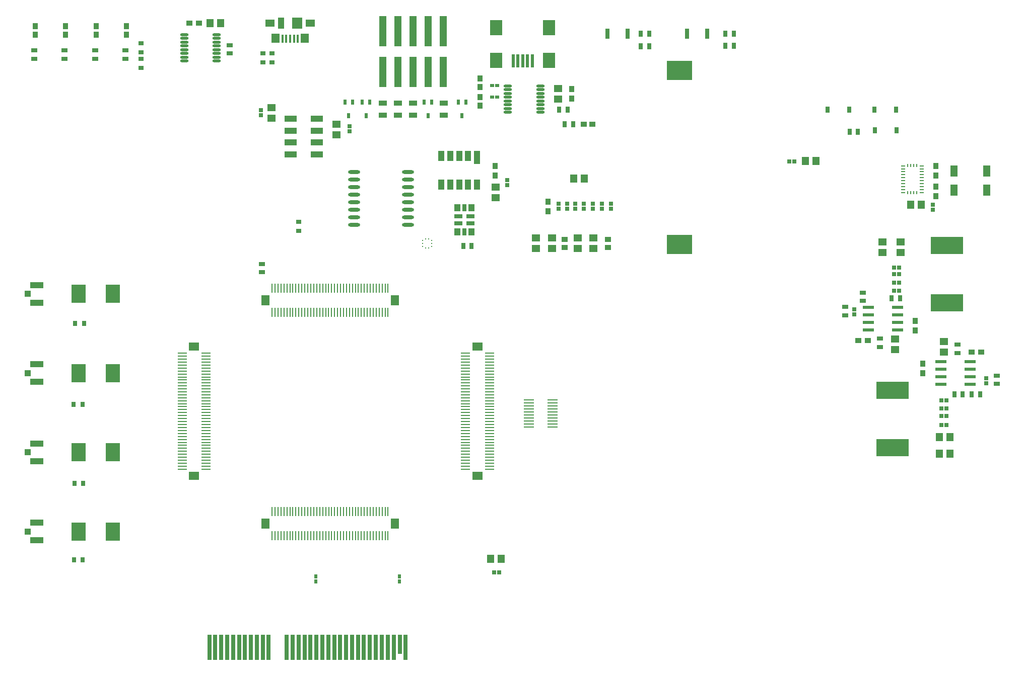
<source format=gtp>
%FSTAX23Y23*%
%MOIN*%
%SFA1B1*%

%IPPOS*%
%ADD26O,0.078740X0.023620*%
%ADD27R,0.039370X0.074800*%
%ADD28R,0.070870X0.074800*%
%ADD29R,0.055910X0.061020*%
%ADD30R,0.017720X0.054330*%
%ADD31R,0.064960X0.051180*%
%ADD32R,0.078740X0.098430*%
%ADD33R,0.019680X0.090550*%
%ADD34R,0.041340X0.039370*%
%ADD35R,0.086610X0.041340*%
%ADD36R,0.019680X0.035430*%
%ADD37O,0.057090X0.017720*%
%ADD38R,0.077560X0.022440*%
%ADD39R,0.025590X0.041340*%
%ADD40R,0.051180X0.074800*%
%ADD41R,0.039370X0.070870*%
%ADD42R,0.039370X0.090550*%
%ADD43R,0.041340X0.045280*%
%ADD44R,0.027560X0.045280*%
%ADD45R,0.053150X0.027560*%
%ADD46R,0.050000X0.200000*%
%ADD47R,0.057090X0.037400*%
%ADD48R,0.028350X0.039370*%
%ADD49R,0.025590X0.023620*%
%ADD50R,0.028000X0.165000*%
%ADD51R,0.028000X0.126000*%
%ADD52R,0.031500X0.066930*%
%ADD53R,0.070870X0.009840*%
%ADD54R,0.026570X0.009840*%
%ADD55R,0.009840X0.022640*%
%ADD56R,0.027560X0.035430*%
%ADD57R,0.038580X0.034250*%
%ADD58R,0.212600X0.114170*%
%ADD59R,0.165350X0.125980*%
%ADD60R,0.096460X0.124020*%
%ADD61R,0.033470X0.039370*%
%ADD62R,0.057090X0.045280*%
%ADD63R,0.037400X0.039370*%
%ADD64R,0.025200X0.026770*%
%ADD65R,0.010830X0.009840*%
%ADD66R,0.009840X0.010830*%
%ADD67R,0.061020X0.009840*%
%ADD68R,0.066930X0.053150*%
%ADD69R,0.009840X0.061020*%
%ADD70R,0.053150X0.066930*%
%ADD71R,0.045280X0.057090*%
%ADD72R,0.026770X0.025200*%
%ADD73R,0.039370X0.037400*%
%ADD74R,0.039370X0.033470*%
%ADD75R,0.039370X0.028350*%
%ADD76R,0.023620X0.025590*%
%ADD77R,0.082870X0.044090*%
%ADD78R,0.035430X0.027560*%
%LNgrandmaster-1*%
%LPD*%
G54D26*
X02756Y03287D03*
Y03237D03*
Y03187D03*
Y03137D03*
Y03087D03*
Y03037D03*
Y02987D03*
Y02937D03*
X03111Y03287D03*
Y03237D03*
Y03187D03*
Y03137D03*
Y03087D03*
Y03037D03*
Y02987D03*
Y02937D03*
G54D27*
X02271Y04275D03*
G54D28*
X02377Y04275D03*
G54D29*
X02234Y04173D03*
X0243D03*
G54D30*
X02383Y0417D03*
X02358D03*
X02332D03*
X02306D03*
X02281D03*
G54D31*
X02465Y04275D03*
X02199D03*
G54D32*
X04046Y04244D03*
Y04027D03*
X03696D03*
Y04244D03*
G54D33*
X03934Y04023D03*
X03902D03*
X03871D03*
X03839D03*
X03808D03*
G54D34*
X00594Y00906D03*
Y01956D03*
Y02481D03*
Y01431D03*
G54D35*
X00654Y00964D03*
Y00847D03*
Y01897D03*
Y02014D03*
Y02422D03*
Y02539D03*
Y01489D03*
Y01372D03*
G54D36*
X03469Y03661D03*
X03444Y0375D03*
X03495D03*
X02834Y03661D03*
X02809Y0375D03*
X0286D03*
X02719Y03661D03*
X02694Y0375D03*
X02745D03*
X03244Y03661D03*
X03219Y0375D03*
X0327D03*
G54D37*
X01846Y04024D03*
Y04049D03*
Y04074D03*
Y04099D03*
Y04124D03*
Y04149D03*
Y04174D03*
Y04199D03*
X01631Y04024D03*
Y04049D03*
Y04074D03*
Y04099D03*
Y04124D03*
Y04149D03*
Y04174D03*
Y04199D03*
X03987Y03683D03*
Y03708D03*
Y03733D03*
Y03758D03*
Y03783D03*
Y03808D03*
Y03833D03*
Y03858D03*
X03772Y03683D03*
Y03708D03*
Y03733D03*
Y03758D03*
Y03783D03*
Y03808D03*
Y03833D03*
Y03858D03*
G54D38*
X06352Y02241D03*
Y02291D03*
Y02341D03*
Y02391D03*
X06157D03*
Y02341D03*
Y02291D03*
Y02241D03*
X06637Y02031D03*
Y01981D03*
Y01931D03*
Y01881D03*
X06832D03*
Y01931D03*
Y01981D03*
Y02031D03*
G54D39*
X06341Y03701D03*
X06197D03*
X06031D03*
X05887D03*
X06202Y03566D03*
X06346D03*
G54D40*
X06726Y03168D03*
X06943D03*
Y03294D03*
X06726D03*
G54D41*
X03451Y03206D03*
X03392D03*
X03451Y03395D03*
X0351D03*
X03569Y03206D03*
X03333Y03395D03*
Y03206D03*
X0351D03*
X03392Y03395D03*
G54D42*
X03569Y03385D03*
G54D43*
X03438Y03051D03*
Y02892D03*
X03531Y03051D03*
Y02892D03*
G54D44*
X03484Y02892D03*
Y03051D03*
G54D45*
X03444Y02995D03*
Y02948D03*
X03525D03*
Y02995D03*
G54D46*
X03344Y04221D03*
Y03951D03*
X03244Y04221D03*
Y03951D03*
X03144Y04221D03*
Y03951D03*
X03044Y04221D03*
Y03951D03*
X02944Y04221D03*
Y03951D03*
G54D47*
X03349Y03666D03*
Y03745D03*
X02944Y03666D03*
Y03745D03*
X03044Y03666D03*
Y03745D03*
X03144Y03666D03*
Y03745D03*
G54D48*
X03477Y02797D03*
X03532D03*
X06035Y03556D03*
X0609D03*
X0415Y03603D03*
X04204D03*
X06897Y01816D03*
X06842D03*
X06782D03*
X06727D03*
X06367Y02451D03*
X06312D03*
X04167Y03701D03*
X04112D03*
X04652Y04206D03*
X04707D03*
X05212D03*
X05267D03*
X04652Y04121D03*
X04707D03*
X05267Y04126D03*
X05212D03*
G54D49*
X03701Y03786D03*
X03668D03*
X03701Y03861D03*
X03668D03*
G54D50*
X02545Y00137D03*
X02466D03*
X02348D03*
X0282D03*
X01915D03*
X02033D03*
X02663D03*
X02702D03*
X0286D03*
X02978D03*
X0219D03*
X01994D03*
X01954D03*
X03017D03*
X02309D03*
X02112D03*
X02151D03*
X02387D03*
X02427D03*
X02584D03*
X02624D03*
X02742D03*
X02781D03*
X02899D03*
X02938D03*
X02505D03*
X02072D03*
X01797D03*
X01836D03*
X01875D03*
X03096D03*
G54D51*
X03057Y00157D03*
G54D52*
X04957Y04206D03*
X05091D03*
X04432D03*
X04566D03*
G54D53*
X04068Y01599D03*
X03911D03*
Y01619D03*
X04068D03*
X03911Y01639D03*
X04068D03*
X03911Y01659D03*
X04068D03*
X03911Y01679D03*
X04068D03*
X03911Y01699D03*
X04068D03*
X03911Y01719D03*
X04068D03*
X03911Y01739D03*
X04068D03*
X03911Y01759D03*
X04068D03*
X03911Y01779D03*
X04068D03*
G54D54*
X06511Y03191D03*
Y03172D03*
Y03211D03*
Y03231D03*
Y0325D03*
Y0327D03*
Y0329D03*
Y03309D03*
Y03329D03*
X06388D03*
Y03309D03*
Y0329D03*
Y0327D03*
Y0325D03*
Y03231D03*
Y03211D03*
Y03191D03*
Y03172D03*
Y03152D03*
X06511D03*
G54D55*
X06479Y03332D03*
X06459D03*
X0644D03*
X0642D03*
Y0315D03*
X0644D03*
X06459D03*
X06479D03*
G54D56*
X00901Y00718D03*
X0096D03*
X00908Y02284D03*
X00967D03*
X009Y01747D03*
X00959D03*
X00904Y01224D03*
X00963D03*
G54D57*
X04149Y02789D03*
Y02842D03*
X04434Y02789D03*
Y02842D03*
G54D58*
X06679Y0242D03*
Y02802D03*
X06319Y01842D03*
Y0146D03*
G54D59*
X04909Y03961D03*
Y02808D03*
G54D60*
X01157Y00906D03*
X00932D03*
Y01956D03*
X01157D03*
X00932Y02481D03*
X01157D03*
Y01431D03*
X00932D03*
G54D61*
X01249Y04254D03*
Y04197D03*
X03589Y03852D03*
Y03909D03*
Y03784D03*
Y03727D03*
X00644Y04197D03*
Y04254D03*
X00846Y04197D03*
Y04254D03*
X01048D03*
Y04197D03*
G54D62*
X04339Y0278D03*
Y02851D03*
X06334Y0211D03*
Y02181D03*
X06659Y02166D03*
Y02095D03*
X06253Y02826D03*
Y02755D03*
X06372Y02826D03*
Y02755D03*
X04104Y0377D03*
Y03841D03*
X02209Y03716D03*
Y03645D03*
X02639Y03535D03*
Y03606D03*
X03693Y03188D03*
Y03117D03*
X04064Y0278D03*
Y02851D03*
X03959Y0278D03*
Y02851D03*
X04234Y0278D03*
Y02851D03*
G54D63*
X04039Y03029D03*
Y03092D03*
X06469Y02239D03*
Y02302D03*
X06519Y01954D03*
Y02017D03*
X04194Y03774D03*
Y03837D03*
X03688Y03266D03*
Y03329D03*
X06604Y03264D03*
Y03327D03*
Y03192D03*
Y03129D03*
G54D64*
X04109Y03044D03*
Y03077D03*
X06939Y01889D03*
Y01922D03*
X06064Y02344D03*
Y02377D03*
X06584Y03039D03*
Y03072D03*
X02139Y03697D03*
Y03664D03*
X02724Y03559D03*
Y03592D03*
X03769Y03234D03*
Y03201D03*
X04454Y03044D03*
Y03077D03*
X04394Y03044D03*
Y03077D03*
X04334Y03044D03*
Y03077D03*
X04274Y03044D03*
Y03077D03*
X04219Y03044D03*
Y03077D03*
X04164Y03044D03*
Y03077D03*
G54D65*
X03269Y02834D03*
Y02814D03*
Y02795D03*
X03209D03*
Y02814D03*
Y02834D03*
G54D66*
X03249Y02784D03*
X03229D03*
Y02845D03*
X03249D03*
G54D67*
X03492Y01398D03*
Y01378D03*
Y01457D03*
Y01477D03*
Y01772D03*
Y01496D03*
Y01792D03*
Y0189D03*
Y01851D03*
Y0187D03*
Y01831D03*
X03651Y0187D03*
Y0189D03*
Y01929D03*
X03492Y01339D03*
Y01359D03*
X03651Y01792D03*
Y01772D03*
Y01851D03*
Y01831D03*
Y01949D03*
Y01988D03*
Y01969D03*
X03492Y01988D03*
Y01969D03*
X03651Y01693D03*
X03492Y01634D03*
Y01673D03*
Y01654D03*
Y01693D03*
X03651Y01733D03*
Y01752D03*
Y01654D03*
Y01575D03*
Y01555D03*
Y01673D03*
Y01634D03*
X03492Y01929D03*
Y01555D03*
Y02008D03*
Y0191D03*
Y01811D03*
Y01713D03*
Y01614D03*
Y01516D03*
Y01418D03*
X03651Y02008D03*
Y0191D03*
Y01811D03*
Y01713D03*
Y01614D03*
Y01516D03*
Y01418D03*
X03492Y01949D03*
X03651Y01595D03*
X03492Y01536D03*
X03651Y01496D03*
Y01477D03*
Y01457D03*
Y01437D03*
Y01398D03*
Y01378D03*
Y01359D03*
Y01339D03*
X03492Y01319D03*
X03651D03*
X03492Y01733D03*
Y01752D03*
X03651Y01536D03*
X03492Y01575D03*
Y01595D03*
Y01437D03*
Y02087D03*
Y02067D03*
Y02047D03*
Y02028D03*
X03651Y02087D03*
Y02067D03*
Y02047D03*
Y02028D03*
X01776Y01634D03*
Y01614D03*
Y0187D03*
Y02028D03*
Y0191D03*
Y01831D03*
Y01949D03*
Y01733D03*
Y01772D03*
X01617Y01929D03*
Y01851D03*
Y0191D03*
Y02028D03*
X01776Y02008D03*
Y01969D03*
Y01457D03*
Y01674D03*
X01617Y0187D03*
Y01969D03*
X01776Y01929D03*
Y01851D03*
Y01811D03*
Y01654D03*
X01617Y02008D03*
X01776Y01752D03*
Y01713D03*
X01617Y01949D03*
X01776Y01555D03*
Y01575D03*
X01617Y01516D03*
Y01457D03*
Y01811D03*
Y01831D03*
X01776Y01437D03*
X01617Y01359D03*
X01776Y01339D03*
X01617Y01575D03*
Y01437D03*
Y01536D03*
Y01555D03*
Y01614D03*
Y01733D03*
Y01674D03*
Y01378D03*
Y01477D03*
Y01418D03*
Y01752D03*
X01776Y01359D03*
X01617Y01339D03*
Y01634D03*
Y01772D03*
X01776Y01378D03*
Y01319D03*
Y01418D03*
X01617Y01319D03*
X01776Y01477D03*
X01617Y01713D03*
Y01654D03*
X01776Y01516D03*
X01617Y02048D03*
X01776D03*
Y01398D03*
Y01496D03*
Y01595D03*
Y01693D03*
Y01792D03*
Y0189D03*
Y01988D03*
X01617Y01398D03*
Y01496D03*
Y01595D03*
Y01693D03*
Y01792D03*
Y0189D03*
Y01988D03*
Y02087D03*
X01776D03*
Y02067D03*
Y01536D03*
X01617Y02067D03*
G54D68*
X03571Y02131D03*
Y01275D03*
X01696Y01275D03*
Y02131D03*
G54D69*
X0298Y02518D03*
Y02358D03*
X02882Y02518D03*
X02783D03*
X02685D03*
X02586D03*
X02488D03*
X0239D03*
X02291D03*
X02882Y02358D03*
X02783D03*
X02685D03*
X02586D03*
X02488D03*
X0239D03*
X02291D03*
X02941D03*
X02961D03*
X02901D03*
X02921D03*
X02842D03*
X02862D03*
X02803D03*
X02823D03*
X02744D03*
X02764D03*
X02705D03*
X02724D03*
X02646D03*
X02665D03*
X02606D03*
X02626D03*
X02547D03*
X02567D03*
X02508D03*
X02527D03*
X02449D03*
X02468D03*
X02409D03*
X02429D03*
X0235D03*
X0237D03*
X02212Y02518D03*
X02232D03*
Y02358D03*
X02212D03*
X02252Y02518D03*
X02272D03*
X02409D03*
X02429D03*
X0235D03*
X0237D03*
X02508D03*
X02527D03*
X02449D03*
X02468D03*
X02606D03*
X02547D03*
X02626D03*
X02567D03*
X02705D03*
X02724D03*
X02646D03*
X02665D03*
X02803D03*
X02823D03*
X02744D03*
X02764D03*
X02901D03*
X02921D03*
X02842D03*
X02862D03*
X02941D03*
X02961D03*
X02252Y02358D03*
X02311D03*
X02331D03*
X02272D03*
X02311Y02518D03*
X02331D03*
X02803Y01038D03*
X02823D03*
X02862Y00878D03*
X02882D03*
X02744D03*
X02764D03*
X02685Y01038D03*
X02705D03*
X02587Y00878D03*
Y01038D03*
X02646Y00878D03*
X02626D03*
X02744Y01038D03*
X02764D03*
X02803Y00878D03*
X02823D03*
X02685D03*
X02705D03*
X02626Y01038D03*
X02646D03*
X02232Y00878D03*
X02429D03*
X0237D03*
X0235D03*
X02331D03*
X02291D03*
X0239D03*
X02488D03*
X02527D03*
X02547D03*
X02567D03*
X02449D03*
X02468D03*
X02252D03*
X02272D03*
X02567Y01038D03*
X0237D03*
X0239D03*
X02429D03*
X02468D03*
X02488D03*
X02449D03*
X02291D03*
X02272D03*
X02252D03*
X02232D03*
X0235D03*
X02331D03*
X02547D03*
X02527D03*
X02862D03*
X02882D03*
X02921Y00878D03*
Y01038D03*
X02941Y00878D03*
Y01038D03*
X0298Y00878D03*
Y01038D03*
X02961D03*
Y00878D03*
X02901Y01038D03*
X02842D03*
X02783D03*
X02724D03*
X02665D03*
X02606D03*
X02508D03*
X02409D03*
X02311D03*
X02901Y00878D03*
X02842D03*
X02783D03*
X02724D03*
X02665D03*
X02606D03*
X02508D03*
X02409D03*
X02311D03*
X02212D03*
Y01038D03*
G54D70*
X02168Y02438D03*
X02168Y00958D03*
X03024D03*
X03024Y02438D03*
G54D71*
X05741Y03361D03*
X05812D03*
X06629Y01421D03*
X067D03*
X06629Y01531D03*
X067D03*
X06439Y03071D03*
X0651D03*
X0373Y00726D03*
X03659D03*
X01802Y04276D03*
X01873D03*
X0428Y03246D03*
X04209D03*
G54D72*
X05634Y03359D03*
X05668D03*
X06327Y02656D03*
X06361D03*
X06327Y02501D03*
X06361D03*
X06327Y02556D03*
X06361D03*
X06327Y02611D03*
X06361D03*
X06676Y01611D03*
X06642D03*
X06676Y01671D03*
X06642D03*
X06676Y01721D03*
X06642D03*
X06676Y01776D03*
X06642D03*
X03716Y00636D03*
X03682D03*
G54D73*
X06906Y02096D03*
X06843D03*
X06093Y02171D03*
X06156D03*
X01664Y04273D03*
X01727D03*
G54D74*
X04275Y03603D03*
X04332D03*
G54D75*
X06749Y02143D03*
Y02088D03*
X06234Y02183D03*
Y02128D03*
X07009Y01883D03*
Y01938D03*
X06004Y02393D03*
Y02338D03*
X02146Y02624D03*
Y02679D03*
X00638Y04038D03*
Y04093D03*
X0084D03*
Y04038D03*
X01042Y04093D03*
Y04038D03*
X01243Y04093D03*
Y04038D03*
X06122Y02488D03*
Y02433D03*
X01933Y04074D03*
Y04129D03*
G54D76*
X02503Y00607D03*
Y00573D03*
X03055Y00607D03*
Y00573D03*
G54D77*
X02334Y03404D03*
Y03483D03*
Y03562D03*
Y0364D03*
X02509Y03404D03*
Y03562D03*
Y03483D03*
Y0364D03*
G54D78*
X01346Y04082D03*
Y04141D03*
Y04037D03*
Y03978D03*
X02151Y04015D03*
Y04074D03*
X02212Y04015D03*
Y04074D03*
X02387Y02899D03*
Y02958D03*
M02*
</source>
